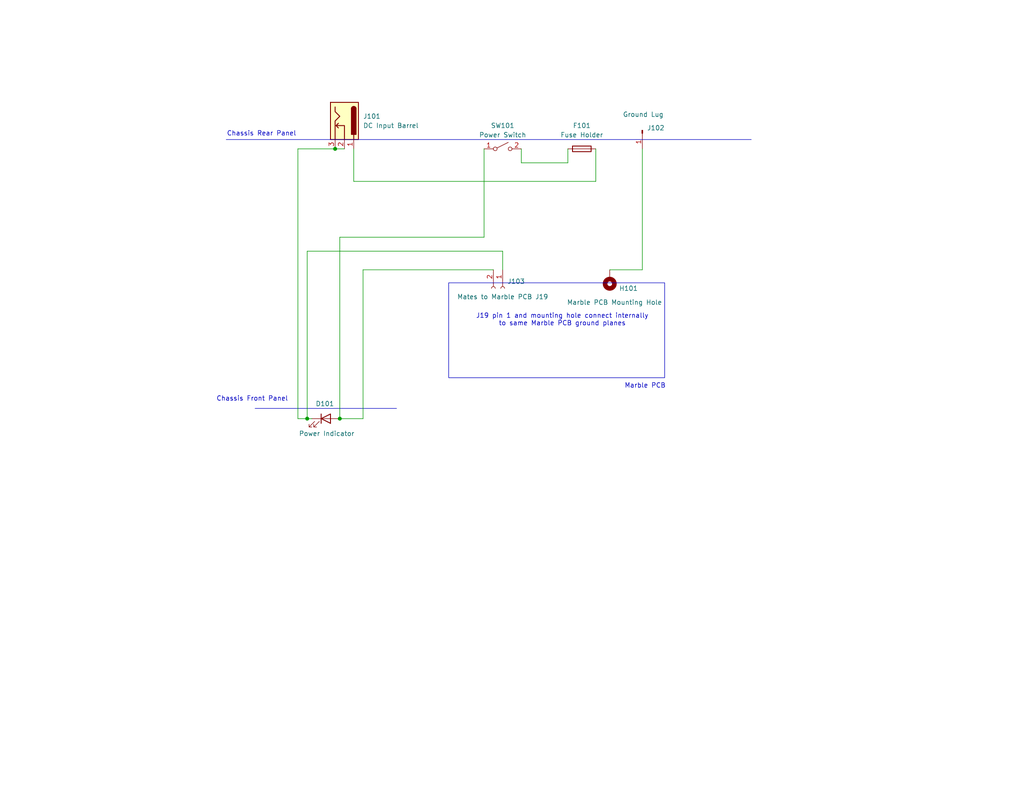
<source format=kicad_sch>
(kicad_sch (version 20231120) (generator "eeschema") (generator_version "8.0")
  (paper "USLetter")
  (title_block (title "Quartz chassis wiring") (rev "2") (company "Osprey DCS"))
  (lib_symbols
    (symbol "Connector:Barrel_Jack_Switch_Pin3Ring" (pin_names hide)
      (property "Reference" "J" (at 0 5.334 0))
      (property "Value" "Barrel_Jack_Switch_Pin3Ring" (at 0 -5.08 0))
      (symbol "Barrel_Jack_Switch_Pin3Ring_0_1"
        (rectangle (start -5.08 3.81) (end 5.08 -3.81) (stroke (width 0.254)) (fill (type background)))
        (arc (start -3.302 3.175) (mid -3.9343 2.54) (end -3.302 1.905) (stroke (width 0.254)))
        (arc (start -3.302 3.175) (mid -3.9343 2.54) (end -3.302 1.905) (stroke (width 0.254)) (fill (type outline)))
        (polyline (pts (xy 1.27 -2.286) (xy 1.905 -1.651)) (stroke (width 0.254)))
        (polyline (pts (xy 5.08 2.54) (xy 3.81 2.54)) (stroke (width 0.254)))
        (polyline (pts (xy 5.08 0) (xy 1.27 0) (xy 1.27 -2.286) (xy 0.635 -1.651)) (stroke (width 0.254)))
        (polyline (pts (xy -3.81 -2.54) (xy -2.54 -2.54) (xy -1.27 -1.27) (xy 0 -2.54) (xy 2.54 -2.54) (xy 5.08 -2.54)) (stroke (width 0.254)))
        (rectangle (start 3.683 3.175) (end -3.302 1.905) (stroke (width 0.254)) (fill (type outline)))
      )
      (symbol "Barrel_Jack_Switch_Pin3Ring_1_1"
        (pin passive line (at 7.62 2.54 180) (length 2.54) (name "~") (number "1"))
        (pin passive line (at 7.62 0 180) (length 2.54) (name "~") (number "2"))
        (pin passive line (at 7.62 -2.54 180) (length 2.54) (name "~") (number "3"))
      )
    )
    (symbol "Connector:Conn_01x01_Pin" (pin_names (offset 1.016) hide)
      (property "Reference" "J" (at 0 2.54 0))
      (property "Value" "Conn_01x01_Pin" (at 0 -2.54 0))
      (symbol "Conn_01x01_Pin_1_1"
        (polyline (pts (xy 1.27 0) (xy 0.8636 0)) (stroke (width 0.1524)))
        (rectangle (start 0.8636 0.127) (end 0 -0.127) (stroke (width 0.1524)) (fill (type outline)))
        (pin passive line (at 5.08 0 180) (length 3.81) (name "Pin_1") (number "1"))
      )
    )
    (symbol "Connector:Conn_01x02_Socket" (pin_names (offset 1.016) hide)
      (property "Reference" "J" (at 0 2.54 0))
      (property "Value" "Conn_01x02_Socket" (at 0 -5.08 0))
      (symbol "Conn_01x02_Socket_1_1"
        (arc (start 0 -2.032) (mid -0.5058 -2.54) (end 0 -3.048) (stroke (width 0.1524)))
        (polyline (pts (xy -1.27 -2.54) (xy -0.508 -2.54)) (stroke (width 0.1524)))
        (polyline (pts (xy -1.27 0) (xy -0.508 0)) (stroke (width 0.1524)))
        (arc (start 0 0.508) (mid -0.5058 0) (end 0 -0.508) (stroke (width 0.1524)))
        (pin passive line (at -5.08 0 0) (length 3.81) (name "Pin_1") (number "1"))
        (pin passive line (at -5.08 -2.54 0) (length 3.81) (name "Pin_2") (number "2"))
      )
    )
    (symbol "Device:Fuse" (pin_numbers hide) (pin_names (offset 0))
      (property "Reference" "F" (at 2.032 0 90))
      (property "Value" "Fuse" (at -1.905 0 90))
      (symbol "Fuse_0_1"
        (rectangle (start -0.762 -2.54) (end 0.762 2.54) (stroke (width 0.254)))
        (polyline (pts (xy 0 2.54) (xy 0 -2.54)))
      )
      (symbol "Fuse_1_1"
        (pin passive line (at 0 3.81 270) (length 1.27) (name "~") (number "1"))
        (pin passive line (at 0 -3.81 90) (length 1.27) (name "~") (number "2"))
      )
    )
    (symbol "Device:LED" (pin_numbers hide) (pin_names (offset 1.016) hide)
      (property "Reference" "D" (at 0 2.54 0))
      (property "Value" "LED" (at 0 -2.54 0))
      (symbol "LED_0_1"
        (polyline (pts (xy -1.27 -1.27) (xy -1.27 1.27)) (stroke (width 0.254)))
        (polyline (pts (xy -1.27 0) (xy 1.27 0)))
        (polyline (pts (xy 1.27 -1.27) (xy 1.27 1.27) (xy -1.27 0) (xy 1.27 -1.27)) (stroke (width 0.254)))
        (polyline (pts (xy -3.048 -0.762) (xy -4.572 -2.286) (xy -3.81 -2.286) (xy -4.572 -2.286) (xy -4.572 -1.524)))
        (polyline (pts (xy -1.778 -0.762) (xy -3.302 -2.286) (xy -2.54 -2.286) (xy -3.302 -2.286) (xy -3.302 -1.524)))
      )
      (symbol "LED_1_1"
        (pin passive line (at -3.81 0 0) (length 2.54) (name "K") (number "1"))
        (pin passive line (at 3.81 0 180) (length 2.54) (name "A") (number "2"))
      )
    )
    (symbol "Mechanical:MountingHole_Pad" (pin_numbers hide) (pin_names (offset 1.016) hide) (exclude_from_sim yes) (in_bom no)
      (property "Reference" "H" (at 0 6.35 0))
      (property "Value" "MountingHole_Pad" (at 0 4.445 0))
      (symbol "MountingHole_Pad_0_1"
        (circle (center 0 1.27) (radius 1.27) (stroke (width 1.27)))
      )
      (symbol "MountingHole_Pad_1_1"
        (pin input line (at 0 -2.54 90) (length 2.54) (name "1") (number "1"))
      )
    )
    (symbol "Switch:SW_SPST" (pin_names (offset 0) hide)
      (property "Reference" "SW" (at 0 3.175 0))
      (property "Value" "SW_SPST" (at 0 -2.54 0))
      (symbol "SW_SPST_0_0"
        (circle (center -2.032 0) (radius 0.508))
        (polyline (pts (xy -1.524 0.254) (xy 1.524 1.778)))
        (circle (center 2.032 0) (radius 0.508))
      )
      (symbol "SW_SPST_1_1"
        (pin passive line (at -5.08 0 0) (length 2.54) (name "A") (number "1"))
        (pin passive line (at 5.08 0 180) (length 2.54) (name "B") (number "2"))
      )
    )
  )
  (junction (at 91.44 40.64))
  (junction (at 83.82 114.3))
  (junction (at 92.71 114.3))
  (wire (pts (xy 85.09 114.3) (xy 83.82 114.3)))
  (polyline (pts (xy 61.722 38.1) (xy 204.978 38.1)))
  (wire (pts (xy 92.71 64.77) (xy 92.71 114.3)))
  (wire (pts (xy 162.56 49.53) (xy 162.56 40.64)))
  (wire (pts (xy 166.37 73.66) (xy 175.26 73.66)))
  (wire (pts (xy 99.06 73.66) (xy 99.06 114.3)))
  (wire (pts (xy 154.94 40.64) (xy 154.94 44.45)))
  (wire (pts (xy 81.28 40.64) (xy 91.44 40.64)))
  (wire (pts (xy 81.28 40.64) (xy 81.28 114.3)))
  (polyline (pts (xy 69.596 111.506) (xy 108.204 111.506)))
  (wire (pts (xy 132.08 64.77) (xy 92.71 64.77)))
  (wire (pts (xy 137.16 68.58) (xy 83.82 68.58)))
  (wire (pts (xy 134.62 73.66) (xy 99.06 73.66)))
  (wire (pts (xy 132.08 40.64) (xy 132.08 64.77)))
  (wire (pts (xy 83.82 114.3) (xy 81.28 114.3)))
  (wire (pts (xy 142.24 44.45) (xy 142.24 40.64)))
  (wire (pts (xy 91.44 40.64) (xy 93.98 40.64)))
  (wire (pts (xy 137.16 73.66) (xy 137.16 68.58)))
  (wire (pts (xy 96.52 40.64) (xy 96.52 49.53)))
  (wire (pts (xy 99.06 114.3) (xy 92.71 114.3)))
  (wire (pts (xy 154.94 44.45) (xy 142.24 44.45)))
  (wire (pts (xy 175.26 73.66) (xy 175.26 40.64)))
  (wire (pts (xy 96.52 49.53) (xy 162.56 49.53)))
  (wire (pts (xy 83.82 68.58) (xy 83.82 114.3)))
  (rectangle (start 122.428 77.216) (end 181.356 103.124))
  (text "Marble PCB" (at 176.022 105.41 0) (effects (font (size 1.27 1.27))))
  (text "Chassis Rear Panel" (at 71.374 36.576 0) (effects (font (size 1.27 1.27))))
  (text "Chassis Front Panel" (at 68.834 108.966 0) (effects (font (size 1.27 1.27))))
  (text "J19 pin 1 and mounting hole connect internally\nto same Marble PCB ground planes" (at 153.416 87.376 0) (effects (font (size 1.27 1.27))))
  (symbol (lib_id "Device:Fuse") (at 158.75 40.64 90) (unit 1)
    (property "Reference" "F101" (at 158.75 34.29 90))
    (property "Value" "Fuse Holder" (at 158.75 36.83 90))
    (property "Description" "Fuse" (effects (hide yes)))
  )
  (symbol (lib_id "Connector:Conn_01x01_Pin") (at 175.26 35.56 270) (unit 1)
    (property "Reference" "J102" (at 176.53 34.9249 90) (effects (justify left)))
    (property "Value" "Ground Lug" (at 169.926 31.242 90) (effects (justify left)))
    (property "Description" "Generic connector, single row, 01x01, script generated" (effects (hide yes)))
  )
  (symbol (lib_id "Connector:Barrel_Jack_Switch_Pin3Ring") (at 93.98 33.02 270) (unit 1)
    (property "Reference" "J101" (at 99.06 31.7499 90) (effects (justify left)))
    (property "Value" "DC Input Barrel" (at 99.06 34.2899 90) (effects (justify left)))
    (property "Datasheet" "http://www.farnell.com/datasheets/1859067.pdf" (effects (hide yes)))
    (property "Description" "DC Barrel Jack with an internal switch" (effects (hide yes)))
    (property "MANU" "CLIFF ELECTRONIC COMPONENTS" (effects (hide yes)))
    (property "MPN" "FC681445" (effects (hide yes)))
  )
  (symbol (lib_id "Mechanical:MountingHole_Pad") (at 166.37 76.2 0) (mirror x) (unit 1) (exclude_from_sim yes) (in_bom no)
    (property "Reference" "H101" (at 168.91 78.7401 0) (effects (justify left)))
    (property "Value" "Marble PCB Mounting Hole" (at 154.686 82.55 0) (effects (justify left)))
    (property "Description" "Mounting Hole with connection" (effects (hide yes)))
  )
  (symbol (lib_id "Switch:SW_SPST") (at 137.16 40.64 0) (unit 1)
    (property "Reference" "SW101" (at 137.16 34.29 0))
    (property "Value" "Power Switch" (at 137.16 36.83 0))
    (property "Description" "Single Pole Single Throw (SPST) switch" (effects (hide yes)))
  )
  (symbol (lib_id "Connector:Conn_01x02_Socket") (at 137.16 78.74 270) (unit 1)
    (property "Reference" "J103" (at 138.43 76.8349 90) (effects (justify left)))
    (property "Value" "Mates to Marble PCB J19" (at 124.714 81.026 90) (effects (justify left)))
    (property "Description" "Generic connector, single row, 01x02, script generated" (effects (hide yes)))
  )
  (symbol (lib_id "Device:LED") (at 88.9 114.3 0) (unit 1)
    (property "Reference" "D101" (at 88.646 110.236 0))
    (property "Value" "Power Indicator" (at 89.154 118.364 0))
    (property "Description" "Light emitting diode" (effects (hide yes)))
  )
)
</source>
